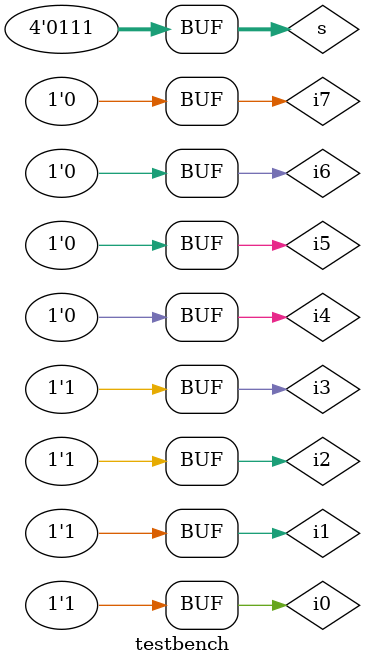
<source format=v>
`timescale 1ns / 1ps


module testbench;

	// Inputs
	reg i0;
	reg i1;
	reg i2;
	reg i3;
	reg i4;
	reg i5;
	reg i6;
	reg i7;
	reg [3:0] s;

	// Outputs
	wire o;

	// Instantiate the Unit Under Test (UUT)
	mod uut (
		.i0(i0), 
		.i1(i1), 
		.i2(i2), 
		.i3(i3), 
		.i4(i4), 
		.i5(i5), 
		.i6(i6), 
		.i7(i7), 
		.s(s), 
		.o(o)
	);

	initial begin
		// Initialize Inputs
		i0 = 0;
		i1 = 0;
		i2 = 0;
		i3 = 0;
		i4 = 0;
		i5 = 0;
		i6 = 0;
		i7 = 0;
		s = 0;

		// Wait 100 ns for global reset to finish
		#10 i0=1; i1=1; i2=1; i3=1; i4=0; i5=0; i6=0; i7=0; s=3'b101;
		#10 s=3'b000;
		#10 s=3'b111;
        
		// Add stimulus here

	end
      
endmodule


</source>
